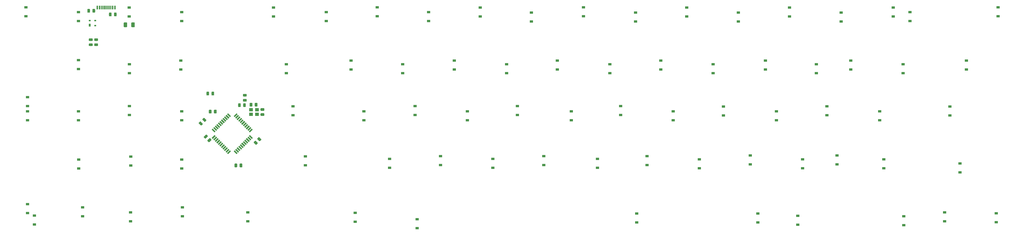
<source format=gbp>
G04 #@! TF.GenerationSoftware,KiCad,Pcbnew,(5.1.4)-1*
G04 #@! TF.CreationDate,2020-09-27T06:03:08-04:00*
G04 #@! TF.ProjectId,southpawpcbv2,736f7574-6870-4617-9770-636276322e6b,rev?*
G04 #@! TF.SameCoordinates,Original*
G04 #@! TF.FileFunction,Paste,Bot*
G04 #@! TF.FilePolarity,Positive*
%FSLAX46Y46*%
G04 Gerber Fmt 4.6, Leading zero omitted, Abs format (unit mm)*
G04 Created by KiCad (PCBNEW (5.1.4)-1) date 2020-09-27 06:03:08*
%MOMM*%
%LPD*%
G04 APERTURE LIST*
%ADD10R,1.200000X0.900000*%
%ADD11R,1.400000X1.200000*%
%ADD12R,0.600000X1.450000*%
%ADD13R,0.300000X1.450000*%
%ADD14C,0.100000*%
%ADD15C,0.975000*%
%ADD16C,1.250000*%
%ADD17R,0.700000X1.000000*%
%ADD18R,0.700000X0.600000*%
%ADD19C,0.550000*%
G04 APERTURE END LIST*
D10*
G04 #@! TO.C,D44*
X259842000Y10924000D03*
X259842000Y14224000D03*
G04 #@! TD*
G04 #@! TO.C,D65*
X251968000Y49658000D03*
X251968000Y52958000D03*
G04 #@! TD*
G04 #@! TO.C,D60*
X232461861Y51448214D03*
X232461861Y54748214D03*
G04 #@! TD*
G04 #@! TO.C,D6*
X-5588000Y86360000D03*
X-5588000Y89660000D03*
G04 #@! TD*
D11*
G04 #@! TO.C,Y1*
X60332800Y53555000D03*
X58132800Y53555000D03*
X58132800Y51855000D03*
X60332800Y51855000D03*
G04 #@! TD*
D12*
G04 #@! TO.C,USB1*
X7873200Y91365000D03*
X1423200Y91365000D03*
X7098200Y91365000D03*
X2198200Y91365000D03*
D13*
X2898200Y91365000D03*
X6398200Y91365000D03*
X3398200Y91365000D03*
X5898200Y91365000D03*
X3898200Y91365000D03*
X5398200Y91365000D03*
X4898200Y91365000D03*
X4398200Y91365000D03*
G04 #@! TD*
D14*
G04 #@! TO.C,R6*
G36*
X52797142Y33591826D02*
G01*
X52820803Y33588316D01*
X52844007Y33582504D01*
X52866529Y33574446D01*
X52888153Y33564218D01*
X52908670Y33551921D01*
X52927883Y33537671D01*
X52945607Y33521607D01*
X52961671Y33503883D01*
X52975921Y33484670D01*
X52988218Y33464153D01*
X52998446Y33442529D01*
X53006504Y33420007D01*
X53012316Y33396803D01*
X53015826Y33373142D01*
X53017000Y33349250D01*
X53017000Y32436750D01*
X53015826Y32412858D01*
X53012316Y32389197D01*
X53006504Y32365993D01*
X52998446Y32343471D01*
X52988218Y32321847D01*
X52975921Y32301330D01*
X52961671Y32282117D01*
X52945607Y32264393D01*
X52927883Y32248329D01*
X52908670Y32234079D01*
X52888153Y32221782D01*
X52866529Y32211554D01*
X52844007Y32203496D01*
X52820803Y32197684D01*
X52797142Y32194174D01*
X52773250Y32193000D01*
X52285750Y32193000D01*
X52261858Y32194174D01*
X52238197Y32197684D01*
X52214993Y32203496D01*
X52192471Y32211554D01*
X52170847Y32221782D01*
X52150330Y32234079D01*
X52131117Y32248329D01*
X52113393Y32264393D01*
X52097329Y32282117D01*
X52083079Y32301330D01*
X52070782Y32321847D01*
X52060554Y32343471D01*
X52052496Y32365993D01*
X52046684Y32389197D01*
X52043174Y32412858D01*
X52042000Y32436750D01*
X52042000Y33349250D01*
X52043174Y33373142D01*
X52046684Y33396803D01*
X52052496Y33420007D01*
X52060554Y33442529D01*
X52070782Y33464153D01*
X52083079Y33484670D01*
X52097329Y33503883D01*
X52113393Y33521607D01*
X52131117Y33537671D01*
X52150330Y33551921D01*
X52170847Y33564218D01*
X52192471Y33574446D01*
X52214993Y33582504D01*
X52238197Y33588316D01*
X52261858Y33591826D01*
X52285750Y33593000D01*
X52773250Y33593000D01*
X52797142Y33591826D01*
X52797142Y33591826D01*
G37*
D15*
X52529500Y32893000D03*
D14*
G36*
X54672142Y33591826D02*
G01*
X54695803Y33588316D01*
X54719007Y33582504D01*
X54741529Y33574446D01*
X54763153Y33564218D01*
X54783670Y33551921D01*
X54802883Y33537671D01*
X54820607Y33521607D01*
X54836671Y33503883D01*
X54850921Y33484670D01*
X54863218Y33464153D01*
X54873446Y33442529D01*
X54881504Y33420007D01*
X54887316Y33396803D01*
X54890826Y33373142D01*
X54892000Y33349250D01*
X54892000Y32436750D01*
X54890826Y32412858D01*
X54887316Y32389197D01*
X54881504Y32365993D01*
X54873446Y32343471D01*
X54863218Y32321847D01*
X54850921Y32301330D01*
X54836671Y32282117D01*
X54820607Y32264393D01*
X54802883Y32248329D01*
X54783670Y32234079D01*
X54763153Y32221782D01*
X54741529Y32211554D01*
X54719007Y32203496D01*
X54695803Y32197684D01*
X54672142Y32194174D01*
X54648250Y32193000D01*
X54160750Y32193000D01*
X54136858Y32194174D01*
X54113197Y32197684D01*
X54089993Y32203496D01*
X54067471Y32211554D01*
X54045847Y32221782D01*
X54025330Y32234079D01*
X54006117Y32248329D01*
X53988393Y32264393D01*
X53972329Y32282117D01*
X53958079Y32301330D01*
X53945782Y32321847D01*
X53935554Y32343471D01*
X53927496Y32365993D01*
X53921684Y32389197D01*
X53918174Y32412858D01*
X53917000Y32436750D01*
X53917000Y33349250D01*
X53918174Y33373142D01*
X53921684Y33396803D01*
X53927496Y33420007D01*
X53935554Y33442529D01*
X53945782Y33464153D01*
X53958079Y33484670D01*
X53972329Y33503883D01*
X53988393Y33521607D01*
X54006117Y33537671D01*
X54025330Y33551921D01*
X54045847Y33564218D01*
X54067471Y33574446D01*
X54089993Y33582504D01*
X54113197Y33588316D01*
X54136858Y33591826D01*
X54160750Y33593000D01*
X54648250Y33593000D01*
X54672142Y33591826D01*
X54672142Y33591826D01*
G37*
D15*
X54404500Y32893000D03*
G04 #@! TD*
D14*
G04 #@! TO.C,R5*
G36*
X-1505758Y90868826D02*
G01*
X-1482097Y90865316D01*
X-1458893Y90859504D01*
X-1436371Y90851446D01*
X-1414747Y90841218D01*
X-1394230Y90828921D01*
X-1375017Y90814671D01*
X-1357293Y90798607D01*
X-1341229Y90780883D01*
X-1326979Y90761670D01*
X-1314682Y90741153D01*
X-1304454Y90719529D01*
X-1296396Y90697007D01*
X-1290584Y90673803D01*
X-1287074Y90650142D01*
X-1285900Y90626250D01*
X-1285900Y89713750D01*
X-1287074Y89689858D01*
X-1290584Y89666197D01*
X-1296396Y89642993D01*
X-1304454Y89620471D01*
X-1314682Y89598847D01*
X-1326979Y89578330D01*
X-1341229Y89559117D01*
X-1357293Y89541393D01*
X-1375017Y89525329D01*
X-1394230Y89511079D01*
X-1414747Y89498782D01*
X-1436371Y89488554D01*
X-1458893Y89480496D01*
X-1482097Y89474684D01*
X-1505758Y89471174D01*
X-1529650Y89470000D01*
X-2017150Y89470000D01*
X-2041042Y89471174D01*
X-2064703Y89474684D01*
X-2087907Y89480496D01*
X-2110429Y89488554D01*
X-2132053Y89498782D01*
X-2152570Y89511079D01*
X-2171783Y89525329D01*
X-2189507Y89541393D01*
X-2205571Y89559117D01*
X-2219821Y89578330D01*
X-2232118Y89598847D01*
X-2242346Y89620471D01*
X-2250404Y89642993D01*
X-2256216Y89666197D01*
X-2259726Y89689858D01*
X-2260900Y89713750D01*
X-2260900Y90626250D01*
X-2259726Y90650142D01*
X-2256216Y90673803D01*
X-2250404Y90697007D01*
X-2242346Y90719529D01*
X-2232118Y90741153D01*
X-2219821Y90761670D01*
X-2205571Y90780883D01*
X-2189507Y90798607D01*
X-2171783Y90814671D01*
X-2152570Y90828921D01*
X-2132053Y90841218D01*
X-2110429Y90851446D01*
X-2087907Y90859504D01*
X-2064703Y90865316D01*
X-2041042Y90868826D01*
X-2017150Y90870000D01*
X-1529650Y90870000D01*
X-1505758Y90868826D01*
X-1505758Y90868826D01*
G37*
D15*
X-1773400Y90170000D03*
D14*
G36*
X369242Y90868826D02*
G01*
X392903Y90865316D01*
X416107Y90859504D01*
X438629Y90851446D01*
X460253Y90841218D01*
X480770Y90828921D01*
X499983Y90814671D01*
X517707Y90798607D01*
X533771Y90780883D01*
X548021Y90761670D01*
X560318Y90741153D01*
X570546Y90719529D01*
X578604Y90697007D01*
X584416Y90673803D01*
X587926Y90650142D01*
X589100Y90626250D01*
X589100Y89713750D01*
X587926Y89689858D01*
X584416Y89666197D01*
X578604Y89642993D01*
X570546Y89620471D01*
X560318Y89598847D01*
X548021Y89578330D01*
X533771Y89559117D01*
X517707Y89541393D01*
X499983Y89525329D01*
X480770Y89511079D01*
X460253Y89498782D01*
X438629Y89488554D01*
X416107Y89480496D01*
X392903Y89474684D01*
X369242Y89471174D01*
X345350Y89470000D01*
X-142150Y89470000D01*
X-166042Y89471174D01*
X-189703Y89474684D01*
X-212907Y89480496D01*
X-235429Y89488554D01*
X-257053Y89498782D01*
X-277570Y89511079D01*
X-296783Y89525329D01*
X-314507Y89541393D01*
X-330571Y89559117D01*
X-344821Y89578330D01*
X-357118Y89598847D01*
X-367346Y89620471D01*
X-375404Y89642993D01*
X-381216Y89666197D01*
X-384726Y89689858D01*
X-385900Y89713750D01*
X-385900Y90626250D01*
X-384726Y90650142D01*
X-381216Y90673803D01*
X-375404Y90697007D01*
X-367346Y90719529D01*
X-357118Y90741153D01*
X-344821Y90761670D01*
X-330571Y90780883D01*
X-314507Y90798607D01*
X-296783Y90814671D01*
X-277570Y90828921D01*
X-257053Y90841218D01*
X-235429Y90851446D01*
X-212907Y90859504D01*
X-189703Y90865316D01*
X-166042Y90868826D01*
X-142150Y90870000D01*
X345350Y90870000D01*
X369242Y90868826D01*
X369242Y90868826D01*
G37*
D15*
X101600Y90170000D03*
G04 #@! TD*
D14*
G04 #@! TO.C,R4*
G36*
X8317142Y89522626D02*
G01*
X8340803Y89519116D01*
X8364007Y89513304D01*
X8386529Y89505246D01*
X8408153Y89495018D01*
X8428670Y89482721D01*
X8447883Y89468471D01*
X8465607Y89452407D01*
X8481671Y89434683D01*
X8495921Y89415470D01*
X8508218Y89394953D01*
X8518446Y89373329D01*
X8526504Y89350807D01*
X8532316Y89327603D01*
X8535826Y89303942D01*
X8537000Y89280050D01*
X8537000Y88367550D01*
X8535826Y88343658D01*
X8532316Y88319997D01*
X8526504Y88296793D01*
X8518446Y88274271D01*
X8508218Y88252647D01*
X8495921Y88232130D01*
X8481671Y88212917D01*
X8465607Y88195193D01*
X8447883Y88179129D01*
X8428670Y88164879D01*
X8408153Y88152582D01*
X8386529Y88142354D01*
X8364007Y88134296D01*
X8340803Y88128484D01*
X8317142Y88124974D01*
X8293250Y88123800D01*
X7805750Y88123800D01*
X7781858Y88124974D01*
X7758197Y88128484D01*
X7734993Y88134296D01*
X7712471Y88142354D01*
X7690847Y88152582D01*
X7670330Y88164879D01*
X7651117Y88179129D01*
X7633393Y88195193D01*
X7617329Y88212917D01*
X7603079Y88232130D01*
X7590782Y88252647D01*
X7580554Y88274271D01*
X7572496Y88296793D01*
X7566684Y88319997D01*
X7563174Y88343658D01*
X7562000Y88367550D01*
X7562000Y89280050D01*
X7563174Y89303942D01*
X7566684Y89327603D01*
X7572496Y89350807D01*
X7580554Y89373329D01*
X7590782Y89394953D01*
X7603079Y89415470D01*
X7617329Y89434683D01*
X7633393Y89452407D01*
X7651117Y89468471D01*
X7670330Y89482721D01*
X7690847Y89495018D01*
X7712471Y89505246D01*
X7734993Y89513304D01*
X7758197Y89519116D01*
X7781858Y89522626D01*
X7805750Y89523800D01*
X8293250Y89523800D01*
X8317142Y89522626D01*
X8317142Y89522626D01*
G37*
D15*
X8049500Y88823800D03*
D14*
G36*
X6442142Y89522626D02*
G01*
X6465803Y89519116D01*
X6489007Y89513304D01*
X6511529Y89505246D01*
X6533153Y89495018D01*
X6553670Y89482721D01*
X6572883Y89468471D01*
X6590607Y89452407D01*
X6606671Y89434683D01*
X6620921Y89415470D01*
X6633218Y89394953D01*
X6643446Y89373329D01*
X6651504Y89350807D01*
X6657316Y89327603D01*
X6660826Y89303942D01*
X6662000Y89280050D01*
X6662000Y88367550D01*
X6660826Y88343658D01*
X6657316Y88319997D01*
X6651504Y88296793D01*
X6643446Y88274271D01*
X6633218Y88252647D01*
X6620921Y88232130D01*
X6606671Y88212917D01*
X6590607Y88195193D01*
X6572883Y88179129D01*
X6553670Y88164879D01*
X6533153Y88152582D01*
X6511529Y88142354D01*
X6489007Y88134296D01*
X6465803Y88128484D01*
X6442142Y88124974D01*
X6418250Y88123800D01*
X5930750Y88123800D01*
X5906858Y88124974D01*
X5883197Y88128484D01*
X5859993Y88134296D01*
X5837471Y88142354D01*
X5815847Y88152582D01*
X5795330Y88164879D01*
X5776117Y88179129D01*
X5758393Y88195193D01*
X5742329Y88212917D01*
X5728079Y88232130D01*
X5715782Y88252647D01*
X5705554Y88274271D01*
X5697496Y88296793D01*
X5691684Y88319997D01*
X5688174Y88343658D01*
X5687000Y88367550D01*
X5687000Y89280050D01*
X5688174Y89303942D01*
X5691684Y89327603D01*
X5697496Y89350807D01*
X5705554Y89373329D01*
X5715782Y89394953D01*
X5728079Y89415470D01*
X5742329Y89434683D01*
X5758393Y89452407D01*
X5776117Y89468471D01*
X5795330Y89482721D01*
X5815847Y89495018D01*
X5837471Y89505246D01*
X5859993Y89513304D01*
X5883197Y89519116D01*
X5906858Y89522626D01*
X5930750Y89523800D01*
X6418250Y89523800D01*
X6442142Y89522626D01*
X6442142Y89522626D01*
G37*
D15*
X6174500Y88823800D03*
G04 #@! TD*
D14*
G04 #@! TO.C,R3*
G36*
X-535858Y79962926D02*
G01*
X-512197Y79959416D01*
X-488993Y79953604D01*
X-466471Y79945546D01*
X-444847Y79935318D01*
X-424330Y79923021D01*
X-405117Y79908771D01*
X-387393Y79892707D01*
X-371329Y79874983D01*
X-357079Y79855770D01*
X-344782Y79835253D01*
X-334554Y79813629D01*
X-326496Y79791107D01*
X-320684Y79767903D01*
X-317174Y79744242D01*
X-316000Y79720350D01*
X-316000Y79232850D01*
X-317174Y79208958D01*
X-320684Y79185297D01*
X-326496Y79162093D01*
X-334554Y79139571D01*
X-344782Y79117947D01*
X-357079Y79097430D01*
X-371329Y79078217D01*
X-387393Y79060493D01*
X-405117Y79044429D01*
X-424330Y79030179D01*
X-444847Y79017882D01*
X-466471Y79007654D01*
X-488993Y78999596D01*
X-512197Y78993784D01*
X-535858Y78990274D01*
X-559750Y78989100D01*
X-1472250Y78989100D01*
X-1496142Y78990274D01*
X-1519803Y78993784D01*
X-1543007Y78999596D01*
X-1565529Y79007654D01*
X-1587153Y79017882D01*
X-1607670Y79030179D01*
X-1626883Y79044429D01*
X-1644607Y79060493D01*
X-1660671Y79078217D01*
X-1674921Y79097430D01*
X-1687218Y79117947D01*
X-1697446Y79139571D01*
X-1705504Y79162093D01*
X-1711316Y79185297D01*
X-1714826Y79208958D01*
X-1716000Y79232850D01*
X-1716000Y79720350D01*
X-1714826Y79744242D01*
X-1711316Y79767903D01*
X-1705504Y79791107D01*
X-1697446Y79813629D01*
X-1687218Y79835253D01*
X-1674921Y79855770D01*
X-1660671Y79874983D01*
X-1644607Y79892707D01*
X-1626883Y79908771D01*
X-1607670Y79923021D01*
X-1587153Y79935318D01*
X-1565529Y79945546D01*
X-1543007Y79953604D01*
X-1519803Y79959416D01*
X-1496142Y79962926D01*
X-1472250Y79964100D01*
X-559750Y79964100D01*
X-535858Y79962926D01*
X-535858Y79962926D01*
G37*
D15*
X-1016000Y79476600D03*
D14*
G36*
X-535858Y78087926D02*
G01*
X-512197Y78084416D01*
X-488993Y78078604D01*
X-466471Y78070546D01*
X-444847Y78060318D01*
X-424330Y78048021D01*
X-405117Y78033771D01*
X-387393Y78017707D01*
X-371329Y77999983D01*
X-357079Y77980770D01*
X-344782Y77960253D01*
X-334554Y77938629D01*
X-326496Y77916107D01*
X-320684Y77892903D01*
X-317174Y77869242D01*
X-316000Y77845350D01*
X-316000Y77357850D01*
X-317174Y77333958D01*
X-320684Y77310297D01*
X-326496Y77287093D01*
X-334554Y77264571D01*
X-344782Y77242947D01*
X-357079Y77222430D01*
X-371329Y77203217D01*
X-387393Y77185493D01*
X-405117Y77169429D01*
X-424330Y77155179D01*
X-444847Y77142882D01*
X-466471Y77132654D01*
X-488993Y77124596D01*
X-512197Y77118784D01*
X-535858Y77115274D01*
X-559750Y77114100D01*
X-1472250Y77114100D01*
X-1496142Y77115274D01*
X-1519803Y77118784D01*
X-1543007Y77124596D01*
X-1565529Y77132654D01*
X-1587153Y77142882D01*
X-1607670Y77155179D01*
X-1626883Y77169429D01*
X-1644607Y77185493D01*
X-1660671Y77203217D01*
X-1674921Y77222430D01*
X-1687218Y77242947D01*
X-1697446Y77264571D01*
X-1705504Y77287093D01*
X-1711316Y77310297D01*
X-1714826Y77333958D01*
X-1716000Y77357850D01*
X-1716000Y77845350D01*
X-1714826Y77869242D01*
X-1711316Y77892903D01*
X-1705504Y77916107D01*
X-1697446Y77938629D01*
X-1687218Y77960253D01*
X-1674921Y77980770D01*
X-1660671Y77999983D01*
X-1644607Y78017707D01*
X-1626883Y78033771D01*
X-1607670Y78048021D01*
X-1587153Y78060318D01*
X-1565529Y78070546D01*
X-1543007Y78078604D01*
X-1519803Y78084416D01*
X-1496142Y78087926D01*
X-1472250Y78089100D01*
X-559750Y78089100D01*
X-535858Y78087926D01*
X-535858Y78087926D01*
G37*
D15*
X-1016000Y77601600D03*
G04 #@! TD*
D14*
G04 #@! TO.C,R2*
G36*
X1445342Y79962926D02*
G01*
X1469003Y79959416D01*
X1492207Y79953604D01*
X1514729Y79945546D01*
X1536353Y79935318D01*
X1556870Y79923021D01*
X1576083Y79908771D01*
X1593807Y79892707D01*
X1609871Y79874983D01*
X1624121Y79855770D01*
X1636418Y79835253D01*
X1646646Y79813629D01*
X1654704Y79791107D01*
X1660516Y79767903D01*
X1664026Y79744242D01*
X1665200Y79720350D01*
X1665200Y79232850D01*
X1664026Y79208958D01*
X1660516Y79185297D01*
X1654704Y79162093D01*
X1646646Y79139571D01*
X1636418Y79117947D01*
X1624121Y79097430D01*
X1609871Y79078217D01*
X1593807Y79060493D01*
X1576083Y79044429D01*
X1556870Y79030179D01*
X1536353Y79017882D01*
X1514729Y79007654D01*
X1492207Y78999596D01*
X1469003Y78993784D01*
X1445342Y78990274D01*
X1421450Y78989100D01*
X508950Y78989100D01*
X485058Y78990274D01*
X461397Y78993784D01*
X438193Y78999596D01*
X415671Y79007654D01*
X394047Y79017882D01*
X373530Y79030179D01*
X354317Y79044429D01*
X336593Y79060493D01*
X320529Y79078217D01*
X306279Y79097430D01*
X293982Y79117947D01*
X283754Y79139571D01*
X275696Y79162093D01*
X269884Y79185297D01*
X266374Y79208958D01*
X265200Y79232850D01*
X265200Y79720350D01*
X266374Y79744242D01*
X269884Y79767903D01*
X275696Y79791107D01*
X283754Y79813629D01*
X293982Y79835253D01*
X306279Y79855770D01*
X320529Y79874983D01*
X336593Y79892707D01*
X354317Y79908771D01*
X373530Y79923021D01*
X394047Y79935318D01*
X415671Y79945546D01*
X438193Y79953604D01*
X461397Y79959416D01*
X485058Y79962926D01*
X508950Y79964100D01*
X1421450Y79964100D01*
X1445342Y79962926D01*
X1445342Y79962926D01*
G37*
D15*
X965200Y79476600D03*
D14*
G36*
X1445342Y78087926D02*
G01*
X1469003Y78084416D01*
X1492207Y78078604D01*
X1514729Y78070546D01*
X1536353Y78060318D01*
X1556870Y78048021D01*
X1576083Y78033771D01*
X1593807Y78017707D01*
X1609871Y77999983D01*
X1624121Y77980770D01*
X1636418Y77960253D01*
X1646646Y77938629D01*
X1654704Y77916107D01*
X1660516Y77892903D01*
X1664026Y77869242D01*
X1665200Y77845350D01*
X1665200Y77357850D01*
X1664026Y77333958D01*
X1660516Y77310297D01*
X1654704Y77287093D01*
X1646646Y77264571D01*
X1636418Y77242947D01*
X1624121Y77222430D01*
X1609871Y77203217D01*
X1593807Y77185493D01*
X1576083Y77169429D01*
X1556870Y77155179D01*
X1536353Y77142882D01*
X1514729Y77132654D01*
X1492207Y77124596D01*
X1469003Y77118784D01*
X1445342Y77115274D01*
X1421450Y77114100D01*
X508950Y77114100D01*
X485058Y77115274D01*
X461397Y77118784D01*
X438193Y77124596D01*
X415671Y77132654D01*
X394047Y77142882D01*
X373530Y77155179D01*
X354317Y77169429D01*
X336593Y77185493D01*
X320529Y77203217D01*
X306279Y77222430D01*
X293982Y77242947D01*
X283754Y77264571D01*
X275696Y77287093D01*
X269884Y77310297D01*
X266374Y77333958D01*
X265200Y77357850D01*
X265200Y77845350D01*
X266374Y77869242D01*
X269884Y77892903D01*
X275696Y77916107D01*
X283754Y77938629D01*
X293982Y77960253D01*
X306279Y77980770D01*
X320529Y77999983D01*
X336593Y78017707D01*
X354317Y78033771D01*
X373530Y78048021D01*
X394047Y78060318D01*
X415671Y78070546D01*
X438193Y78078604D01*
X461397Y78084416D01*
X485058Y78087926D01*
X508950Y78089100D01*
X1421450Y78089100D01*
X1445342Y78087926D01*
X1445342Y78087926D01*
G37*
D15*
X965200Y77601600D03*
G04 #@! TD*
D14*
G04 #@! TO.C,R1*
G36*
X56309342Y59384326D02*
G01*
X56333003Y59380816D01*
X56356207Y59375004D01*
X56378729Y59366946D01*
X56400353Y59356718D01*
X56420870Y59344421D01*
X56440083Y59330171D01*
X56457807Y59314107D01*
X56473871Y59296383D01*
X56488121Y59277170D01*
X56500418Y59256653D01*
X56510646Y59235029D01*
X56518704Y59212507D01*
X56524516Y59189303D01*
X56528026Y59165642D01*
X56529200Y59141750D01*
X56529200Y58654250D01*
X56528026Y58630358D01*
X56524516Y58606697D01*
X56518704Y58583493D01*
X56510646Y58560971D01*
X56500418Y58539347D01*
X56488121Y58518830D01*
X56473871Y58499617D01*
X56457807Y58481893D01*
X56440083Y58465829D01*
X56420870Y58451579D01*
X56400353Y58439282D01*
X56378729Y58429054D01*
X56356207Y58420996D01*
X56333003Y58415184D01*
X56309342Y58411674D01*
X56285450Y58410500D01*
X55372950Y58410500D01*
X55349058Y58411674D01*
X55325397Y58415184D01*
X55302193Y58420996D01*
X55279671Y58429054D01*
X55258047Y58439282D01*
X55237530Y58451579D01*
X55218317Y58465829D01*
X55200593Y58481893D01*
X55184529Y58499617D01*
X55170279Y58518830D01*
X55157982Y58539347D01*
X55147754Y58560971D01*
X55139696Y58583493D01*
X55133884Y58606697D01*
X55130374Y58630358D01*
X55129200Y58654250D01*
X55129200Y59141750D01*
X55130374Y59165642D01*
X55133884Y59189303D01*
X55139696Y59212507D01*
X55147754Y59235029D01*
X55157982Y59256653D01*
X55170279Y59277170D01*
X55184529Y59296383D01*
X55200593Y59314107D01*
X55218317Y59330171D01*
X55237530Y59344421D01*
X55258047Y59356718D01*
X55279671Y59366946D01*
X55302193Y59375004D01*
X55325397Y59380816D01*
X55349058Y59384326D01*
X55372950Y59385500D01*
X56285450Y59385500D01*
X56309342Y59384326D01*
X56309342Y59384326D01*
G37*
D15*
X55829200Y58898000D03*
D14*
G36*
X56309342Y57509326D02*
G01*
X56333003Y57505816D01*
X56356207Y57500004D01*
X56378729Y57491946D01*
X56400353Y57481718D01*
X56420870Y57469421D01*
X56440083Y57455171D01*
X56457807Y57439107D01*
X56473871Y57421383D01*
X56488121Y57402170D01*
X56500418Y57381653D01*
X56510646Y57360029D01*
X56518704Y57337507D01*
X56524516Y57314303D01*
X56528026Y57290642D01*
X56529200Y57266750D01*
X56529200Y56779250D01*
X56528026Y56755358D01*
X56524516Y56731697D01*
X56518704Y56708493D01*
X56510646Y56685971D01*
X56500418Y56664347D01*
X56488121Y56643830D01*
X56473871Y56624617D01*
X56457807Y56606893D01*
X56440083Y56590829D01*
X56420870Y56576579D01*
X56400353Y56564282D01*
X56378729Y56554054D01*
X56356207Y56545996D01*
X56333003Y56540184D01*
X56309342Y56536674D01*
X56285450Y56535500D01*
X55372950Y56535500D01*
X55349058Y56536674D01*
X55325397Y56540184D01*
X55302193Y56545996D01*
X55279671Y56554054D01*
X55258047Y56564282D01*
X55237530Y56576579D01*
X55218317Y56590829D01*
X55200593Y56606893D01*
X55184529Y56624617D01*
X55170279Y56643830D01*
X55157982Y56664347D01*
X55147754Y56685971D01*
X55139696Y56708493D01*
X55133884Y56731697D01*
X55130374Y56755358D01*
X55129200Y56779250D01*
X55129200Y57266750D01*
X55130374Y57290642D01*
X55133884Y57314303D01*
X55139696Y57337507D01*
X55147754Y57360029D01*
X55157982Y57381653D01*
X55170279Y57402170D01*
X55184529Y57421383D01*
X55200593Y57439107D01*
X55218317Y57455171D01*
X55237530Y57469421D01*
X55258047Y57481718D01*
X55279671Y57491946D01*
X55302193Y57500004D01*
X55325397Y57505816D01*
X55349058Y57509326D01*
X55372950Y57510500D01*
X56285450Y57510500D01*
X56309342Y57509326D01*
X56309342Y57509326D01*
G37*
D15*
X55829200Y57023000D03*
G04 #@! TD*
D14*
G04 #@! TO.C,F1*
G36*
X14979104Y85862196D02*
G01*
X15003373Y85858596D01*
X15027171Y85852635D01*
X15050271Y85844370D01*
X15072449Y85833880D01*
X15093493Y85821267D01*
X15113198Y85806653D01*
X15131377Y85790177D01*
X15147853Y85771998D01*
X15162467Y85752293D01*
X15175080Y85731249D01*
X15185570Y85709071D01*
X15193835Y85685971D01*
X15199796Y85662173D01*
X15203396Y85637904D01*
X15204600Y85613400D01*
X15204600Y84363400D01*
X15203396Y84338896D01*
X15199796Y84314627D01*
X15193835Y84290829D01*
X15185570Y84267729D01*
X15175080Y84245551D01*
X15162467Y84224507D01*
X15147853Y84204802D01*
X15131377Y84186623D01*
X15113198Y84170147D01*
X15093493Y84155533D01*
X15072449Y84142920D01*
X15050271Y84132430D01*
X15027171Y84124165D01*
X15003373Y84118204D01*
X14979104Y84114604D01*
X14954600Y84113400D01*
X14204600Y84113400D01*
X14180096Y84114604D01*
X14155827Y84118204D01*
X14132029Y84124165D01*
X14108929Y84132430D01*
X14086751Y84142920D01*
X14065707Y84155533D01*
X14046002Y84170147D01*
X14027823Y84186623D01*
X14011347Y84204802D01*
X13996733Y84224507D01*
X13984120Y84245551D01*
X13973630Y84267729D01*
X13965365Y84290829D01*
X13959404Y84314627D01*
X13955804Y84338896D01*
X13954600Y84363400D01*
X13954600Y85613400D01*
X13955804Y85637904D01*
X13959404Y85662173D01*
X13965365Y85685971D01*
X13973630Y85709071D01*
X13984120Y85731249D01*
X13996733Y85752293D01*
X14011347Y85771998D01*
X14027823Y85790177D01*
X14046002Y85806653D01*
X14065707Y85821267D01*
X14086751Y85833880D01*
X14108929Y85844370D01*
X14132029Y85852635D01*
X14155827Y85858596D01*
X14180096Y85862196D01*
X14204600Y85863400D01*
X14954600Y85863400D01*
X14979104Y85862196D01*
X14979104Y85862196D01*
G37*
D16*
X14579600Y84988400D03*
D14*
G36*
X12179104Y85862196D02*
G01*
X12203373Y85858596D01*
X12227171Y85852635D01*
X12250271Y85844370D01*
X12272449Y85833880D01*
X12293493Y85821267D01*
X12313198Y85806653D01*
X12331377Y85790177D01*
X12347853Y85771998D01*
X12362467Y85752293D01*
X12375080Y85731249D01*
X12385570Y85709071D01*
X12393835Y85685971D01*
X12399796Y85662173D01*
X12403396Y85637904D01*
X12404600Y85613400D01*
X12404600Y84363400D01*
X12403396Y84338896D01*
X12399796Y84314627D01*
X12393835Y84290829D01*
X12385570Y84267729D01*
X12375080Y84245551D01*
X12362467Y84224507D01*
X12347853Y84204802D01*
X12331377Y84186623D01*
X12313198Y84170147D01*
X12293493Y84155533D01*
X12272449Y84142920D01*
X12250271Y84132430D01*
X12227171Y84124165D01*
X12203373Y84118204D01*
X12179104Y84114604D01*
X12154600Y84113400D01*
X11404600Y84113400D01*
X11380096Y84114604D01*
X11355827Y84118204D01*
X11332029Y84124165D01*
X11308929Y84132430D01*
X11286751Y84142920D01*
X11265707Y84155533D01*
X11246002Y84170147D01*
X11227823Y84186623D01*
X11211347Y84204802D01*
X11196733Y84224507D01*
X11184120Y84245551D01*
X11173630Y84267729D01*
X11165365Y84290829D01*
X11159404Y84314627D01*
X11155804Y84338896D01*
X11154600Y84363400D01*
X11154600Y85613400D01*
X11155804Y85637904D01*
X11159404Y85662173D01*
X11165365Y85685971D01*
X11173630Y85709071D01*
X11184120Y85731249D01*
X11196733Y85752293D01*
X11211347Y85771998D01*
X11227823Y85790177D01*
X11246002Y85806653D01*
X11265707Y85821267D01*
X11286751Y85833880D01*
X11308929Y85844370D01*
X11332029Y85852635D01*
X11355827Y85858596D01*
X11380096Y85862196D01*
X11404600Y85863400D01*
X12154600Y85863400D01*
X12179104Y85862196D01*
X12179104Y85862196D01*
G37*
D16*
X11779600Y84988400D03*
G04 #@! TD*
D17*
G04 #@! TO.C,D79*
X-1390400Y84863200D03*
D18*
X609600Y86563200D03*
X609600Y84663200D03*
X-1390400Y86563200D03*
G04 #@! TD*
D14*
G04 #@! TO.C,C8*
G36*
X61052045Y43373964D02*
G01*
X61075706Y43370454D01*
X61098910Y43364642D01*
X61121432Y43356584D01*
X61143056Y43346356D01*
X61163573Y43334059D01*
X61182786Y43319809D01*
X61200510Y43303745D01*
X61845745Y42658510D01*
X61861809Y42640786D01*
X61876059Y42621573D01*
X61888356Y42601056D01*
X61898584Y42579432D01*
X61906642Y42556910D01*
X61912454Y42533706D01*
X61915964Y42510045D01*
X61917138Y42486153D01*
X61915964Y42462261D01*
X61912454Y42438600D01*
X61906642Y42415396D01*
X61898584Y42392874D01*
X61888356Y42371250D01*
X61876059Y42350733D01*
X61861809Y42331520D01*
X61845745Y42313796D01*
X61501030Y41969081D01*
X61483306Y41953017D01*
X61464093Y41938767D01*
X61443576Y41926470D01*
X61421952Y41916242D01*
X61399430Y41908184D01*
X61376226Y41902372D01*
X61352565Y41898862D01*
X61328673Y41897688D01*
X61304781Y41898862D01*
X61281120Y41902372D01*
X61257916Y41908184D01*
X61235394Y41916242D01*
X61213770Y41926470D01*
X61193253Y41938767D01*
X61174040Y41953017D01*
X61156316Y41969081D01*
X60511081Y42614316D01*
X60495017Y42632040D01*
X60480767Y42651253D01*
X60468470Y42671770D01*
X60458242Y42693394D01*
X60450184Y42715916D01*
X60444372Y42739120D01*
X60440862Y42762781D01*
X60439688Y42786673D01*
X60440862Y42810565D01*
X60444372Y42834226D01*
X60450184Y42857430D01*
X60458242Y42879952D01*
X60468470Y42901576D01*
X60480767Y42922093D01*
X60495017Y42941306D01*
X60511081Y42959030D01*
X60855796Y43303745D01*
X60873520Y43319809D01*
X60892733Y43334059D01*
X60913250Y43346356D01*
X60934874Y43356584D01*
X60957396Y43364642D01*
X60980600Y43370454D01*
X61004261Y43373964D01*
X61028153Y43375138D01*
X61052045Y43373964D01*
X61052045Y43373964D01*
G37*
D15*
X61178413Y42636413D03*
D14*
G36*
X59726219Y42048138D02*
G01*
X59749880Y42044628D01*
X59773084Y42038816D01*
X59795606Y42030758D01*
X59817230Y42020530D01*
X59837747Y42008233D01*
X59856960Y41993983D01*
X59874684Y41977919D01*
X60519919Y41332684D01*
X60535983Y41314960D01*
X60550233Y41295747D01*
X60562530Y41275230D01*
X60572758Y41253606D01*
X60580816Y41231084D01*
X60586628Y41207880D01*
X60590138Y41184219D01*
X60591312Y41160327D01*
X60590138Y41136435D01*
X60586628Y41112774D01*
X60580816Y41089570D01*
X60572758Y41067048D01*
X60562530Y41045424D01*
X60550233Y41024907D01*
X60535983Y41005694D01*
X60519919Y40987970D01*
X60175204Y40643255D01*
X60157480Y40627191D01*
X60138267Y40612941D01*
X60117750Y40600644D01*
X60096126Y40590416D01*
X60073604Y40582358D01*
X60050400Y40576546D01*
X60026739Y40573036D01*
X60002847Y40571862D01*
X59978955Y40573036D01*
X59955294Y40576546D01*
X59932090Y40582358D01*
X59909568Y40590416D01*
X59887944Y40600644D01*
X59867427Y40612941D01*
X59848214Y40627191D01*
X59830490Y40643255D01*
X59185255Y41288490D01*
X59169191Y41306214D01*
X59154941Y41325427D01*
X59142644Y41345944D01*
X59132416Y41367568D01*
X59124358Y41390090D01*
X59118546Y41413294D01*
X59115036Y41436955D01*
X59113862Y41460847D01*
X59115036Y41484739D01*
X59118546Y41508400D01*
X59124358Y41531604D01*
X59132416Y41554126D01*
X59142644Y41575750D01*
X59154941Y41596267D01*
X59169191Y41615480D01*
X59185255Y41633204D01*
X59529970Y41977919D01*
X59547694Y41993983D01*
X59566907Y42008233D01*
X59587424Y42020530D01*
X59609048Y42030758D01*
X59631570Y42038816D01*
X59654774Y42044628D01*
X59678435Y42048138D01*
X59702327Y42049312D01*
X59726219Y42048138D01*
X59726219Y42048138D01*
G37*
D15*
X59852587Y41310587D03*
G04 #@! TD*
D14*
G04 #@! TO.C,C7*
G36*
X45195642Y53530826D02*
G01*
X45219303Y53527316D01*
X45242507Y53521504D01*
X45265029Y53513446D01*
X45286653Y53503218D01*
X45307170Y53490921D01*
X45326383Y53476671D01*
X45344107Y53460607D01*
X45360171Y53442883D01*
X45374421Y53423670D01*
X45386718Y53403153D01*
X45396946Y53381529D01*
X45405004Y53359007D01*
X45410816Y53335803D01*
X45414326Y53312142D01*
X45415500Y53288250D01*
X45415500Y52375750D01*
X45414326Y52351858D01*
X45410816Y52328197D01*
X45405004Y52304993D01*
X45396946Y52282471D01*
X45386718Y52260847D01*
X45374421Y52240330D01*
X45360171Y52221117D01*
X45344107Y52203393D01*
X45326383Y52187329D01*
X45307170Y52173079D01*
X45286653Y52160782D01*
X45265029Y52150554D01*
X45242507Y52142496D01*
X45219303Y52136684D01*
X45195642Y52133174D01*
X45171750Y52132000D01*
X44684250Y52132000D01*
X44660358Y52133174D01*
X44636697Y52136684D01*
X44613493Y52142496D01*
X44590971Y52150554D01*
X44569347Y52160782D01*
X44548830Y52173079D01*
X44529617Y52187329D01*
X44511893Y52203393D01*
X44495829Y52221117D01*
X44481579Y52240330D01*
X44469282Y52260847D01*
X44459054Y52282471D01*
X44450996Y52304993D01*
X44445184Y52328197D01*
X44441674Y52351858D01*
X44440500Y52375750D01*
X44440500Y53288250D01*
X44441674Y53312142D01*
X44445184Y53335803D01*
X44450996Y53359007D01*
X44459054Y53381529D01*
X44469282Y53403153D01*
X44481579Y53423670D01*
X44495829Y53442883D01*
X44511893Y53460607D01*
X44529617Y53476671D01*
X44548830Y53490921D01*
X44569347Y53503218D01*
X44590971Y53513446D01*
X44613493Y53521504D01*
X44636697Y53527316D01*
X44660358Y53530826D01*
X44684250Y53532000D01*
X45171750Y53532000D01*
X45195642Y53530826D01*
X45195642Y53530826D01*
G37*
D15*
X44928000Y52832000D03*
D14*
G36*
X43320642Y53530826D02*
G01*
X43344303Y53527316D01*
X43367507Y53521504D01*
X43390029Y53513446D01*
X43411653Y53503218D01*
X43432170Y53490921D01*
X43451383Y53476671D01*
X43469107Y53460607D01*
X43485171Y53442883D01*
X43499421Y53423670D01*
X43511718Y53403153D01*
X43521946Y53381529D01*
X43530004Y53359007D01*
X43535816Y53335803D01*
X43539326Y53312142D01*
X43540500Y53288250D01*
X43540500Y52375750D01*
X43539326Y52351858D01*
X43535816Y52328197D01*
X43530004Y52304993D01*
X43521946Y52282471D01*
X43511718Y52260847D01*
X43499421Y52240330D01*
X43485171Y52221117D01*
X43469107Y52203393D01*
X43451383Y52187329D01*
X43432170Y52173079D01*
X43411653Y52160782D01*
X43390029Y52150554D01*
X43367507Y52142496D01*
X43344303Y52136684D01*
X43320642Y52133174D01*
X43296750Y52132000D01*
X42809250Y52132000D01*
X42785358Y52133174D01*
X42761697Y52136684D01*
X42738493Y52142496D01*
X42715971Y52150554D01*
X42694347Y52160782D01*
X42673830Y52173079D01*
X42654617Y52187329D01*
X42636893Y52203393D01*
X42620829Y52221117D01*
X42606579Y52240330D01*
X42594282Y52260847D01*
X42584054Y52282471D01*
X42575996Y52304993D01*
X42570184Y52328197D01*
X42566674Y52351858D01*
X42565500Y52375750D01*
X42565500Y53288250D01*
X42566674Y53312142D01*
X42570184Y53335803D01*
X42575996Y53359007D01*
X42584054Y53381529D01*
X42594282Y53403153D01*
X42606579Y53423670D01*
X42620829Y53442883D01*
X42636893Y53460607D01*
X42654617Y53476671D01*
X42673830Y53490921D01*
X42694347Y53503218D01*
X42715971Y53513446D01*
X42738493Y53521504D01*
X42761697Y53527316D01*
X42785358Y53530826D01*
X42809250Y53532000D01*
X43296750Y53532000D01*
X43320642Y53530826D01*
X43320642Y53530826D01*
G37*
D15*
X43053000Y52832000D03*
G04 #@! TD*
D14*
G04 #@! TO.C,C6*
G36*
X44286055Y60226239D02*
G01*
X44309716Y60222729D01*
X44332920Y60216917D01*
X44355442Y60208859D01*
X44377066Y60198631D01*
X44397583Y60186334D01*
X44416796Y60172084D01*
X44434520Y60156020D01*
X44450584Y60138296D01*
X44464834Y60119083D01*
X44477131Y60098566D01*
X44487359Y60076942D01*
X44495417Y60054420D01*
X44501229Y60031216D01*
X44504739Y60007555D01*
X44505913Y59983663D01*
X44505913Y59071163D01*
X44504739Y59047271D01*
X44501229Y59023610D01*
X44495417Y59000406D01*
X44487359Y58977884D01*
X44477131Y58956260D01*
X44464834Y58935743D01*
X44450584Y58916530D01*
X44434520Y58898806D01*
X44416796Y58882742D01*
X44397583Y58868492D01*
X44377066Y58856195D01*
X44355442Y58845967D01*
X44332920Y58837909D01*
X44309716Y58832097D01*
X44286055Y58828587D01*
X44262163Y58827413D01*
X43774663Y58827413D01*
X43750771Y58828587D01*
X43727110Y58832097D01*
X43703906Y58837909D01*
X43681384Y58845967D01*
X43659760Y58856195D01*
X43639243Y58868492D01*
X43620030Y58882742D01*
X43602306Y58898806D01*
X43586242Y58916530D01*
X43571992Y58935743D01*
X43559695Y58956260D01*
X43549467Y58977884D01*
X43541409Y59000406D01*
X43535597Y59023610D01*
X43532087Y59047271D01*
X43530913Y59071163D01*
X43530913Y59983663D01*
X43532087Y60007555D01*
X43535597Y60031216D01*
X43541409Y60054420D01*
X43549467Y60076942D01*
X43559695Y60098566D01*
X43571992Y60119083D01*
X43586242Y60138296D01*
X43602306Y60156020D01*
X43620030Y60172084D01*
X43639243Y60186334D01*
X43659760Y60198631D01*
X43681384Y60208859D01*
X43703906Y60216917D01*
X43727110Y60222729D01*
X43750771Y60226239D01*
X43774663Y60227413D01*
X44262163Y60227413D01*
X44286055Y60226239D01*
X44286055Y60226239D01*
G37*
D15*
X44018413Y59527413D03*
D14*
G36*
X42411055Y60226239D02*
G01*
X42434716Y60222729D01*
X42457920Y60216917D01*
X42480442Y60208859D01*
X42502066Y60198631D01*
X42522583Y60186334D01*
X42541796Y60172084D01*
X42559520Y60156020D01*
X42575584Y60138296D01*
X42589834Y60119083D01*
X42602131Y60098566D01*
X42612359Y60076942D01*
X42620417Y60054420D01*
X42626229Y60031216D01*
X42629739Y60007555D01*
X42630913Y59983663D01*
X42630913Y59071163D01*
X42629739Y59047271D01*
X42626229Y59023610D01*
X42620417Y59000406D01*
X42612359Y58977884D01*
X42602131Y58956260D01*
X42589834Y58935743D01*
X42575584Y58916530D01*
X42559520Y58898806D01*
X42541796Y58882742D01*
X42522583Y58868492D01*
X42502066Y58856195D01*
X42480442Y58845967D01*
X42457920Y58837909D01*
X42434716Y58832097D01*
X42411055Y58828587D01*
X42387163Y58827413D01*
X41899663Y58827413D01*
X41875771Y58828587D01*
X41852110Y58832097D01*
X41828906Y58837909D01*
X41806384Y58845967D01*
X41784760Y58856195D01*
X41764243Y58868492D01*
X41745030Y58882742D01*
X41727306Y58898806D01*
X41711242Y58916530D01*
X41696992Y58935743D01*
X41684695Y58956260D01*
X41674467Y58977884D01*
X41666409Y59000406D01*
X41660597Y59023610D01*
X41657087Y59047271D01*
X41655913Y59071163D01*
X41655913Y59983663D01*
X41657087Y60007555D01*
X41660597Y60031216D01*
X41666409Y60054420D01*
X41674467Y60076942D01*
X41684695Y60098566D01*
X41696992Y60119083D01*
X41711242Y60138296D01*
X41727306Y60156020D01*
X41745030Y60172084D01*
X41764243Y60186334D01*
X41784760Y60198631D01*
X41806384Y60208859D01*
X41828906Y60216917D01*
X41852110Y60222729D01*
X41875771Y60226239D01*
X41899663Y60227413D01*
X42387163Y60227413D01*
X42411055Y60226239D01*
X42411055Y60226239D01*
G37*
D15*
X42143413Y59527413D03*
G04 #@! TD*
D14*
G04 #@! TO.C,C5*
G36*
X58387442Y56096226D02*
G01*
X58411103Y56092716D01*
X58434307Y56086904D01*
X58456829Y56078846D01*
X58478453Y56068618D01*
X58498970Y56056321D01*
X58518183Y56042071D01*
X58535907Y56026007D01*
X58551971Y56008283D01*
X58566221Y55989070D01*
X58578518Y55968553D01*
X58588746Y55946929D01*
X58596804Y55924407D01*
X58602616Y55901203D01*
X58606126Y55877542D01*
X58607300Y55853650D01*
X58607300Y54941150D01*
X58606126Y54917258D01*
X58602616Y54893597D01*
X58596804Y54870393D01*
X58588746Y54847871D01*
X58578518Y54826247D01*
X58566221Y54805730D01*
X58551971Y54786517D01*
X58535907Y54768793D01*
X58518183Y54752729D01*
X58498970Y54738479D01*
X58478453Y54726182D01*
X58456829Y54715954D01*
X58434307Y54707896D01*
X58411103Y54702084D01*
X58387442Y54698574D01*
X58363550Y54697400D01*
X57876050Y54697400D01*
X57852158Y54698574D01*
X57828497Y54702084D01*
X57805293Y54707896D01*
X57782771Y54715954D01*
X57761147Y54726182D01*
X57740630Y54738479D01*
X57721417Y54752729D01*
X57703693Y54768793D01*
X57687629Y54786517D01*
X57673379Y54805730D01*
X57661082Y54826247D01*
X57650854Y54847871D01*
X57642796Y54870393D01*
X57636984Y54893597D01*
X57633474Y54917258D01*
X57632300Y54941150D01*
X57632300Y55853650D01*
X57633474Y55877542D01*
X57636984Y55901203D01*
X57642796Y55924407D01*
X57650854Y55946929D01*
X57661082Y55968553D01*
X57673379Y55989070D01*
X57687629Y56008283D01*
X57703693Y56026007D01*
X57721417Y56042071D01*
X57740630Y56056321D01*
X57761147Y56068618D01*
X57782771Y56078846D01*
X57805293Y56086904D01*
X57828497Y56092716D01*
X57852158Y56096226D01*
X57876050Y56097400D01*
X58363550Y56097400D01*
X58387442Y56096226D01*
X58387442Y56096226D01*
G37*
D15*
X58119800Y55397400D03*
D14*
G36*
X60262442Y56096226D02*
G01*
X60286103Y56092716D01*
X60309307Y56086904D01*
X60331829Y56078846D01*
X60353453Y56068618D01*
X60373970Y56056321D01*
X60393183Y56042071D01*
X60410907Y56026007D01*
X60426971Y56008283D01*
X60441221Y55989070D01*
X60453518Y55968553D01*
X60463746Y55946929D01*
X60471804Y55924407D01*
X60477616Y55901203D01*
X60481126Y55877542D01*
X60482300Y55853650D01*
X60482300Y54941150D01*
X60481126Y54917258D01*
X60477616Y54893597D01*
X60471804Y54870393D01*
X60463746Y54847871D01*
X60453518Y54826247D01*
X60441221Y54805730D01*
X60426971Y54786517D01*
X60410907Y54768793D01*
X60393183Y54752729D01*
X60373970Y54738479D01*
X60353453Y54726182D01*
X60331829Y54715954D01*
X60309307Y54707896D01*
X60286103Y54702084D01*
X60262442Y54698574D01*
X60238550Y54697400D01*
X59751050Y54697400D01*
X59727158Y54698574D01*
X59703497Y54702084D01*
X59680293Y54707896D01*
X59657771Y54715954D01*
X59636147Y54726182D01*
X59615630Y54738479D01*
X59596417Y54752729D01*
X59578693Y54768793D01*
X59562629Y54786517D01*
X59548379Y54805730D01*
X59536082Y54826247D01*
X59525854Y54847871D01*
X59517796Y54870393D01*
X59511984Y54893597D01*
X59508474Y54917258D01*
X59507300Y54941150D01*
X59507300Y55853650D01*
X59508474Y55877542D01*
X59511984Y55901203D01*
X59517796Y55924407D01*
X59525854Y55946929D01*
X59536082Y55968553D01*
X59548379Y55989070D01*
X59562629Y56008283D01*
X59578693Y56026007D01*
X59596417Y56042071D01*
X59615630Y56056321D01*
X59636147Y56068618D01*
X59657771Y56078846D01*
X59680293Y56086904D01*
X59703497Y56092716D01*
X59727158Y56096226D01*
X59751050Y56097400D01*
X60238550Y56097400D01*
X60262442Y56096226D01*
X60262442Y56096226D01*
G37*
D15*
X59994800Y55397400D03*
G04 #@! TD*
D14*
G04 #@! TO.C,C4*
G36*
X62811742Y52230726D02*
G01*
X62835403Y52227216D01*
X62858607Y52221404D01*
X62881129Y52213346D01*
X62902753Y52203118D01*
X62923270Y52190821D01*
X62942483Y52176571D01*
X62960207Y52160507D01*
X62976271Y52142783D01*
X62990521Y52123570D01*
X63002818Y52103053D01*
X63013046Y52081429D01*
X63021104Y52058907D01*
X63026916Y52035703D01*
X63030426Y52012042D01*
X63031600Y51988150D01*
X63031600Y51500650D01*
X63030426Y51476758D01*
X63026916Y51453097D01*
X63021104Y51429893D01*
X63013046Y51407371D01*
X63002818Y51385747D01*
X62990521Y51365230D01*
X62976271Y51346017D01*
X62960207Y51328293D01*
X62942483Y51312229D01*
X62923270Y51297979D01*
X62902753Y51285682D01*
X62881129Y51275454D01*
X62858607Y51267396D01*
X62835403Y51261584D01*
X62811742Y51258074D01*
X62787850Y51256900D01*
X61875350Y51256900D01*
X61851458Y51258074D01*
X61827797Y51261584D01*
X61804593Y51267396D01*
X61782071Y51275454D01*
X61760447Y51285682D01*
X61739930Y51297979D01*
X61720717Y51312229D01*
X61702993Y51328293D01*
X61686929Y51346017D01*
X61672679Y51365230D01*
X61660382Y51385747D01*
X61650154Y51407371D01*
X61642096Y51429893D01*
X61636284Y51453097D01*
X61632774Y51476758D01*
X61631600Y51500650D01*
X61631600Y51988150D01*
X61632774Y52012042D01*
X61636284Y52035703D01*
X61642096Y52058907D01*
X61650154Y52081429D01*
X61660382Y52103053D01*
X61672679Y52123570D01*
X61686929Y52142783D01*
X61702993Y52160507D01*
X61720717Y52176571D01*
X61739930Y52190821D01*
X61760447Y52203118D01*
X61782071Y52213346D01*
X61804593Y52221404D01*
X61827797Y52227216D01*
X61851458Y52230726D01*
X61875350Y52231900D01*
X62787850Y52231900D01*
X62811742Y52230726D01*
X62811742Y52230726D01*
G37*
D15*
X62331600Y51744400D03*
D14*
G36*
X62811742Y54105726D02*
G01*
X62835403Y54102216D01*
X62858607Y54096404D01*
X62881129Y54088346D01*
X62902753Y54078118D01*
X62923270Y54065821D01*
X62942483Y54051571D01*
X62960207Y54035507D01*
X62976271Y54017783D01*
X62990521Y53998570D01*
X63002818Y53978053D01*
X63013046Y53956429D01*
X63021104Y53933907D01*
X63026916Y53910703D01*
X63030426Y53887042D01*
X63031600Y53863150D01*
X63031600Y53375650D01*
X63030426Y53351758D01*
X63026916Y53328097D01*
X63021104Y53304893D01*
X63013046Y53282371D01*
X63002818Y53260747D01*
X62990521Y53240230D01*
X62976271Y53221017D01*
X62960207Y53203293D01*
X62942483Y53187229D01*
X62923270Y53172979D01*
X62902753Y53160682D01*
X62881129Y53150454D01*
X62858607Y53142396D01*
X62835403Y53136584D01*
X62811742Y53133074D01*
X62787850Y53131900D01*
X61875350Y53131900D01*
X61851458Y53133074D01*
X61827797Y53136584D01*
X61804593Y53142396D01*
X61782071Y53150454D01*
X61760447Y53160682D01*
X61739930Y53172979D01*
X61720717Y53187229D01*
X61702993Y53203293D01*
X61686929Y53221017D01*
X61672679Y53240230D01*
X61660382Y53260747D01*
X61650154Y53282371D01*
X61642096Y53304893D01*
X61636284Y53328097D01*
X61632774Y53351758D01*
X61631600Y53375650D01*
X61631600Y53863150D01*
X61632774Y53887042D01*
X61636284Y53910703D01*
X61642096Y53933907D01*
X61650154Y53956429D01*
X61660382Y53978053D01*
X61672679Y53998570D01*
X61686929Y54017783D01*
X61702993Y54035507D01*
X61720717Y54051571D01*
X61739930Y54065821D01*
X61760447Y54078118D01*
X61782071Y54088346D01*
X61804593Y54096404D01*
X61827797Y54102216D01*
X61851458Y54105726D01*
X61875350Y54106900D01*
X62787850Y54106900D01*
X62811742Y54105726D01*
X62811742Y54105726D01*
G37*
D15*
X62331600Y53619400D03*
G04 #@! TD*
D14*
G04 #@! TO.C,C3*
G36*
X54092542Y55918426D02*
G01*
X54116203Y55914916D01*
X54139407Y55909104D01*
X54161929Y55901046D01*
X54183553Y55890818D01*
X54204070Y55878521D01*
X54223283Y55864271D01*
X54241007Y55848207D01*
X54257071Y55830483D01*
X54271321Y55811270D01*
X54283618Y55790753D01*
X54293846Y55769129D01*
X54301904Y55746607D01*
X54307716Y55723403D01*
X54311226Y55699742D01*
X54312400Y55675850D01*
X54312400Y54763350D01*
X54311226Y54739458D01*
X54307716Y54715797D01*
X54301904Y54692593D01*
X54293846Y54670071D01*
X54283618Y54648447D01*
X54271321Y54627930D01*
X54257071Y54608717D01*
X54241007Y54590993D01*
X54223283Y54574929D01*
X54204070Y54560679D01*
X54183553Y54548382D01*
X54161929Y54538154D01*
X54139407Y54530096D01*
X54116203Y54524284D01*
X54092542Y54520774D01*
X54068650Y54519600D01*
X53581150Y54519600D01*
X53557258Y54520774D01*
X53533597Y54524284D01*
X53510393Y54530096D01*
X53487871Y54538154D01*
X53466247Y54548382D01*
X53445730Y54560679D01*
X53426517Y54574929D01*
X53408793Y54590993D01*
X53392729Y54608717D01*
X53378479Y54627930D01*
X53366182Y54648447D01*
X53355954Y54670071D01*
X53347896Y54692593D01*
X53342084Y54715797D01*
X53338574Y54739458D01*
X53337400Y54763350D01*
X53337400Y55675850D01*
X53338574Y55699742D01*
X53342084Y55723403D01*
X53347896Y55746607D01*
X53355954Y55769129D01*
X53366182Y55790753D01*
X53378479Y55811270D01*
X53392729Y55830483D01*
X53408793Y55848207D01*
X53426517Y55864271D01*
X53445730Y55878521D01*
X53466247Y55890818D01*
X53487871Y55901046D01*
X53510393Y55909104D01*
X53533597Y55914916D01*
X53557258Y55918426D01*
X53581150Y55919600D01*
X54068650Y55919600D01*
X54092542Y55918426D01*
X54092542Y55918426D01*
G37*
D15*
X53824900Y55219600D03*
D14*
G36*
X55967542Y55918426D02*
G01*
X55991203Y55914916D01*
X56014407Y55909104D01*
X56036929Y55901046D01*
X56058553Y55890818D01*
X56079070Y55878521D01*
X56098283Y55864271D01*
X56116007Y55848207D01*
X56132071Y55830483D01*
X56146321Y55811270D01*
X56158618Y55790753D01*
X56168846Y55769129D01*
X56176904Y55746607D01*
X56182716Y55723403D01*
X56186226Y55699742D01*
X56187400Y55675850D01*
X56187400Y54763350D01*
X56186226Y54739458D01*
X56182716Y54715797D01*
X56176904Y54692593D01*
X56168846Y54670071D01*
X56158618Y54648447D01*
X56146321Y54627930D01*
X56132071Y54608717D01*
X56116007Y54590993D01*
X56098283Y54574929D01*
X56079070Y54560679D01*
X56058553Y54548382D01*
X56036929Y54538154D01*
X56014407Y54530096D01*
X55991203Y54524284D01*
X55967542Y54520774D01*
X55943650Y54519600D01*
X55456150Y54519600D01*
X55432258Y54520774D01*
X55408597Y54524284D01*
X55385393Y54530096D01*
X55362871Y54538154D01*
X55341247Y54548382D01*
X55320730Y54560679D01*
X55301517Y54574929D01*
X55283793Y54590993D01*
X55267729Y54608717D01*
X55253479Y54627930D01*
X55241182Y54648447D01*
X55230954Y54670071D01*
X55222896Y54692593D01*
X55217084Y54715797D01*
X55213574Y54739458D01*
X55212400Y54763350D01*
X55212400Y55675850D01*
X55213574Y55699742D01*
X55217084Y55723403D01*
X55222896Y55746607D01*
X55230954Y55769129D01*
X55241182Y55790753D01*
X55253479Y55811270D01*
X55267729Y55830483D01*
X55283793Y55848207D01*
X55301517Y55864271D01*
X55320730Y55878521D01*
X55341247Y55890818D01*
X55362871Y55901046D01*
X55385393Y55909104D01*
X55408597Y55914916D01*
X55432258Y55918426D01*
X55456150Y55919600D01*
X55943650Y55919600D01*
X55967542Y55918426D01*
X55967542Y55918426D01*
G37*
D15*
X55699900Y55219600D03*
G04 #@! TD*
D14*
G04 #@! TO.C,C2*
G36*
X41611739Y44326464D02*
G01*
X41635400Y44322954D01*
X41658604Y44317142D01*
X41681126Y44309084D01*
X41702750Y44298856D01*
X41723267Y44286559D01*
X41742480Y44272309D01*
X41760204Y44256245D01*
X42104919Y43911530D01*
X42120983Y43893806D01*
X42135233Y43874593D01*
X42147530Y43854076D01*
X42157758Y43832452D01*
X42165816Y43809930D01*
X42171628Y43786726D01*
X42175138Y43763065D01*
X42176312Y43739173D01*
X42175138Y43715281D01*
X42171628Y43691620D01*
X42165816Y43668416D01*
X42157758Y43645894D01*
X42147530Y43624270D01*
X42135233Y43603753D01*
X42120983Y43584540D01*
X42104919Y43566816D01*
X41459684Y42921581D01*
X41441960Y42905517D01*
X41422747Y42891267D01*
X41402230Y42878970D01*
X41380606Y42868742D01*
X41358084Y42860684D01*
X41334880Y42854872D01*
X41311219Y42851362D01*
X41287327Y42850188D01*
X41263435Y42851362D01*
X41239774Y42854872D01*
X41216570Y42860684D01*
X41194048Y42868742D01*
X41172424Y42878970D01*
X41151907Y42891267D01*
X41132694Y42905517D01*
X41114970Y42921581D01*
X40770255Y43266296D01*
X40754191Y43284020D01*
X40739941Y43303233D01*
X40727644Y43323750D01*
X40717416Y43345374D01*
X40709358Y43367896D01*
X40703546Y43391100D01*
X40700036Y43414761D01*
X40698862Y43438653D01*
X40700036Y43462545D01*
X40703546Y43486206D01*
X40709358Y43509410D01*
X40717416Y43531932D01*
X40727644Y43553556D01*
X40739941Y43574073D01*
X40754191Y43593286D01*
X40770255Y43611010D01*
X41415490Y44256245D01*
X41433214Y44272309D01*
X41452427Y44286559D01*
X41472944Y44298856D01*
X41494568Y44309084D01*
X41517090Y44317142D01*
X41540294Y44322954D01*
X41563955Y44326464D01*
X41587847Y44327638D01*
X41611739Y44326464D01*
X41611739Y44326464D01*
G37*
D15*
X41437587Y43588913D03*
D14*
G36*
X42937565Y43000638D02*
G01*
X42961226Y42997128D01*
X42984430Y42991316D01*
X43006952Y42983258D01*
X43028576Y42973030D01*
X43049093Y42960733D01*
X43068306Y42946483D01*
X43086030Y42930419D01*
X43430745Y42585704D01*
X43446809Y42567980D01*
X43461059Y42548767D01*
X43473356Y42528250D01*
X43483584Y42506626D01*
X43491642Y42484104D01*
X43497454Y42460900D01*
X43500964Y42437239D01*
X43502138Y42413347D01*
X43500964Y42389455D01*
X43497454Y42365794D01*
X43491642Y42342590D01*
X43483584Y42320068D01*
X43473356Y42298444D01*
X43461059Y42277927D01*
X43446809Y42258714D01*
X43430745Y42240990D01*
X42785510Y41595755D01*
X42767786Y41579691D01*
X42748573Y41565441D01*
X42728056Y41553144D01*
X42706432Y41542916D01*
X42683910Y41534858D01*
X42660706Y41529046D01*
X42637045Y41525536D01*
X42613153Y41524362D01*
X42589261Y41525536D01*
X42565600Y41529046D01*
X42542396Y41534858D01*
X42519874Y41542916D01*
X42498250Y41553144D01*
X42477733Y41565441D01*
X42458520Y41579691D01*
X42440796Y41595755D01*
X42096081Y41940470D01*
X42080017Y41958194D01*
X42065767Y41977407D01*
X42053470Y41997924D01*
X42043242Y42019548D01*
X42035184Y42042070D01*
X42029372Y42065274D01*
X42025862Y42088935D01*
X42024688Y42112827D01*
X42025862Y42136719D01*
X42029372Y42160380D01*
X42035184Y42183584D01*
X42043242Y42206106D01*
X42053470Y42227730D01*
X42065767Y42248247D01*
X42080017Y42267460D01*
X42096081Y42285184D01*
X42741316Y42930419D01*
X42759040Y42946483D01*
X42778253Y42960733D01*
X42798770Y42973030D01*
X42820394Y42983258D01*
X42842916Y42991316D01*
X42866120Y42997128D01*
X42889781Y43000638D01*
X42913673Y43001812D01*
X42937565Y43000638D01*
X42937565Y43000638D01*
G37*
D15*
X42763413Y42263087D03*
G04 #@! TD*
D14*
G04 #@! TO.C,C1*
G36*
X39441806Y49195725D02*
G01*
X39465467Y49192215D01*
X39488671Y49186403D01*
X39511193Y49178345D01*
X39532817Y49168117D01*
X39553334Y49155820D01*
X39572547Y49141570D01*
X39590271Y49125506D01*
X40235506Y48480271D01*
X40251570Y48462547D01*
X40265820Y48443334D01*
X40278117Y48422817D01*
X40288345Y48401193D01*
X40296403Y48378671D01*
X40302215Y48355467D01*
X40305725Y48331806D01*
X40306899Y48307914D01*
X40305725Y48284022D01*
X40302215Y48260361D01*
X40296403Y48237157D01*
X40288345Y48214635D01*
X40278117Y48193011D01*
X40265820Y48172494D01*
X40251570Y48153281D01*
X40235506Y48135557D01*
X39890791Y47790842D01*
X39873067Y47774778D01*
X39853854Y47760528D01*
X39833337Y47748231D01*
X39811713Y47738003D01*
X39789191Y47729945D01*
X39765987Y47724133D01*
X39742326Y47720623D01*
X39718434Y47719449D01*
X39694542Y47720623D01*
X39670881Y47724133D01*
X39647677Y47729945D01*
X39625155Y47738003D01*
X39603531Y47748231D01*
X39583014Y47760528D01*
X39563801Y47774778D01*
X39546077Y47790842D01*
X38900842Y48436077D01*
X38884778Y48453801D01*
X38870528Y48473014D01*
X38858231Y48493531D01*
X38848003Y48515155D01*
X38839945Y48537677D01*
X38834133Y48560881D01*
X38830623Y48584542D01*
X38829449Y48608434D01*
X38830623Y48632326D01*
X38834133Y48655987D01*
X38839945Y48679191D01*
X38848003Y48701713D01*
X38858231Y48723337D01*
X38870528Y48743854D01*
X38884778Y48763067D01*
X38900842Y48780791D01*
X39245557Y49125506D01*
X39263281Y49141570D01*
X39282494Y49155820D01*
X39303011Y49168117D01*
X39324635Y49178345D01*
X39347157Y49186403D01*
X39370361Y49192215D01*
X39394022Y49195725D01*
X39417914Y49196899D01*
X39441806Y49195725D01*
X39441806Y49195725D01*
G37*
D15*
X39568174Y48458174D03*
D14*
G36*
X40767632Y50521551D02*
G01*
X40791293Y50518041D01*
X40814497Y50512229D01*
X40837019Y50504171D01*
X40858643Y50493943D01*
X40879160Y50481646D01*
X40898373Y50467396D01*
X40916097Y50451332D01*
X41561332Y49806097D01*
X41577396Y49788373D01*
X41591646Y49769160D01*
X41603943Y49748643D01*
X41614171Y49727019D01*
X41622229Y49704497D01*
X41628041Y49681293D01*
X41631551Y49657632D01*
X41632725Y49633740D01*
X41631551Y49609848D01*
X41628041Y49586187D01*
X41622229Y49562983D01*
X41614171Y49540461D01*
X41603943Y49518837D01*
X41591646Y49498320D01*
X41577396Y49479107D01*
X41561332Y49461383D01*
X41216617Y49116668D01*
X41198893Y49100604D01*
X41179680Y49086354D01*
X41159163Y49074057D01*
X41137539Y49063829D01*
X41115017Y49055771D01*
X41091813Y49049959D01*
X41068152Y49046449D01*
X41044260Y49045275D01*
X41020368Y49046449D01*
X40996707Y49049959D01*
X40973503Y49055771D01*
X40950981Y49063829D01*
X40929357Y49074057D01*
X40908840Y49086354D01*
X40889627Y49100604D01*
X40871903Y49116668D01*
X40226668Y49761903D01*
X40210604Y49779627D01*
X40196354Y49798840D01*
X40184057Y49819357D01*
X40173829Y49840981D01*
X40165771Y49863503D01*
X40159959Y49886707D01*
X40156449Y49910368D01*
X40155275Y49934260D01*
X40156449Y49958152D01*
X40159959Y49981813D01*
X40165771Y50005017D01*
X40173829Y50027539D01*
X40184057Y50049163D01*
X40196354Y50069680D01*
X40210604Y50088893D01*
X40226668Y50106617D01*
X40571383Y50451332D01*
X40589107Y50467396D01*
X40608320Y50481646D01*
X40628837Y50493943D01*
X40650461Y50504171D01*
X40672983Y50512229D01*
X40696187Y50518041D01*
X40719848Y50521551D01*
X40743740Y50522725D01*
X40767632Y50521551D01*
X40767632Y50521551D01*
G37*
D15*
X40894000Y49784000D03*
G04 #@! TD*
D19*
G04 #@! TO.C,U1*
X44347464Y43451118D03*
D14*
G36*
X44683340Y44175902D02*
G01*
X45072248Y43786994D01*
X44011588Y42726334D01*
X43622680Y43115242D01*
X44683340Y44175902D01*
X44683340Y44175902D01*
G37*
D19*
X44913150Y42885433D03*
D14*
G36*
X45249026Y43610217D02*
G01*
X45637934Y43221309D01*
X44577274Y42160649D01*
X44188366Y42549557D01*
X45249026Y43610217D01*
X45249026Y43610217D01*
G37*
D19*
X45478835Y42319748D03*
D14*
G36*
X45814711Y43044532D02*
G01*
X46203619Y42655624D01*
X45142959Y41594964D01*
X44754051Y41983872D01*
X45814711Y43044532D01*
X45814711Y43044532D01*
G37*
D19*
X46044520Y41754062D03*
D14*
G36*
X46380396Y42478846D02*
G01*
X46769304Y42089938D01*
X45708644Y41029278D01*
X45319736Y41418186D01*
X46380396Y42478846D01*
X46380396Y42478846D01*
G37*
D19*
X46610206Y41188377D03*
D14*
G36*
X46946082Y41913161D02*
G01*
X47334990Y41524253D01*
X46274330Y40463593D01*
X45885422Y40852501D01*
X46946082Y41913161D01*
X46946082Y41913161D01*
G37*
D19*
X47175891Y40622691D03*
D14*
G36*
X47511767Y41347475D02*
G01*
X47900675Y40958567D01*
X46840015Y39897907D01*
X46451107Y40286815D01*
X47511767Y41347475D01*
X47511767Y41347475D01*
G37*
D19*
X47741577Y40057006D03*
D14*
G36*
X48077453Y40781790D02*
G01*
X48466361Y40392882D01*
X47405701Y39332222D01*
X47016793Y39721130D01*
X48077453Y40781790D01*
X48077453Y40781790D01*
G37*
D19*
X48307262Y39491320D03*
D14*
G36*
X48643138Y40216104D02*
G01*
X49032046Y39827196D01*
X47971386Y38766536D01*
X47582478Y39155444D01*
X48643138Y40216104D01*
X48643138Y40216104D01*
G37*
D19*
X48872948Y38925635D03*
D14*
G36*
X49208824Y39650419D02*
G01*
X49597732Y39261511D01*
X48537072Y38200851D01*
X48148164Y38589759D01*
X49208824Y39650419D01*
X49208824Y39650419D01*
G37*
D19*
X49438633Y38359950D03*
D14*
G36*
X49774509Y39084734D02*
G01*
X50163417Y38695826D01*
X49102757Y37635166D01*
X48713849Y38024074D01*
X49774509Y39084734D01*
X49774509Y39084734D01*
G37*
D19*
X50004318Y37794264D03*
D14*
G36*
X50340194Y38519048D02*
G01*
X50729102Y38130140D01*
X49668442Y37069480D01*
X49279534Y37458388D01*
X50340194Y38519048D01*
X50340194Y38519048D01*
G37*
D19*
X52408482Y37794264D03*
D14*
G36*
X51683698Y38130140D02*
G01*
X52072606Y38519048D01*
X53133266Y37458388D01*
X52744358Y37069480D01*
X51683698Y38130140D01*
X51683698Y38130140D01*
G37*
D19*
X52974167Y38359950D03*
D14*
G36*
X52249383Y38695826D02*
G01*
X52638291Y39084734D01*
X53698951Y38024074D01*
X53310043Y37635166D01*
X52249383Y38695826D01*
X52249383Y38695826D01*
G37*
D19*
X53539852Y38925635D03*
D14*
G36*
X52815068Y39261511D02*
G01*
X53203976Y39650419D01*
X54264636Y38589759D01*
X53875728Y38200851D01*
X52815068Y39261511D01*
X52815068Y39261511D01*
G37*
D19*
X54105538Y39491320D03*
D14*
G36*
X53380754Y39827196D02*
G01*
X53769662Y40216104D01*
X54830322Y39155444D01*
X54441414Y38766536D01*
X53380754Y39827196D01*
X53380754Y39827196D01*
G37*
D19*
X54671223Y40057006D03*
D14*
G36*
X53946439Y40392882D02*
G01*
X54335347Y40781790D01*
X55396007Y39721130D01*
X55007099Y39332222D01*
X53946439Y40392882D01*
X53946439Y40392882D01*
G37*
D19*
X55236909Y40622691D03*
D14*
G36*
X54512125Y40958567D02*
G01*
X54901033Y41347475D01*
X55961693Y40286815D01*
X55572785Y39897907D01*
X54512125Y40958567D01*
X54512125Y40958567D01*
G37*
D19*
X55802594Y41188377D03*
D14*
G36*
X55077810Y41524253D02*
G01*
X55466718Y41913161D01*
X56527378Y40852501D01*
X56138470Y40463593D01*
X55077810Y41524253D01*
X55077810Y41524253D01*
G37*
D19*
X56368280Y41754062D03*
D14*
G36*
X55643496Y42089938D02*
G01*
X56032404Y42478846D01*
X57093064Y41418186D01*
X56704156Y41029278D01*
X55643496Y42089938D01*
X55643496Y42089938D01*
G37*
D19*
X56933965Y42319748D03*
D14*
G36*
X56209181Y42655624D02*
G01*
X56598089Y43044532D01*
X57658749Y41983872D01*
X57269841Y41594964D01*
X56209181Y42655624D01*
X56209181Y42655624D01*
G37*
D19*
X57499650Y42885433D03*
D14*
G36*
X56774866Y43221309D02*
G01*
X57163774Y43610217D01*
X58224434Y42549557D01*
X57835526Y42160649D01*
X56774866Y43221309D01*
X56774866Y43221309D01*
G37*
D19*
X58065336Y43451118D03*
D14*
G36*
X57340552Y43786994D02*
G01*
X57729460Y44175902D01*
X58790120Y43115242D01*
X58401212Y42726334D01*
X57340552Y43786994D01*
X57340552Y43786994D01*
G37*
D19*
X58065336Y45855282D03*
D14*
G36*
X58401212Y46580066D02*
G01*
X58790120Y46191158D01*
X57729460Y45130498D01*
X57340552Y45519406D01*
X58401212Y46580066D01*
X58401212Y46580066D01*
G37*
D19*
X57499650Y46420967D03*
D14*
G36*
X57835526Y47145751D02*
G01*
X58224434Y46756843D01*
X57163774Y45696183D01*
X56774866Y46085091D01*
X57835526Y47145751D01*
X57835526Y47145751D01*
G37*
D19*
X56933965Y46986652D03*
D14*
G36*
X57269841Y47711436D02*
G01*
X57658749Y47322528D01*
X56598089Y46261868D01*
X56209181Y46650776D01*
X57269841Y47711436D01*
X57269841Y47711436D01*
G37*
D19*
X56368280Y47552338D03*
D14*
G36*
X56704156Y48277122D02*
G01*
X57093064Y47888214D01*
X56032404Y46827554D01*
X55643496Y47216462D01*
X56704156Y48277122D01*
X56704156Y48277122D01*
G37*
D19*
X55802594Y48118023D03*
D14*
G36*
X56138470Y48842807D02*
G01*
X56527378Y48453899D01*
X55466718Y47393239D01*
X55077810Y47782147D01*
X56138470Y48842807D01*
X56138470Y48842807D01*
G37*
D19*
X55236909Y48683709D03*
D14*
G36*
X55572785Y49408493D02*
G01*
X55961693Y49019585D01*
X54901033Y47958925D01*
X54512125Y48347833D01*
X55572785Y49408493D01*
X55572785Y49408493D01*
G37*
D19*
X54671223Y49249394D03*
D14*
G36*
X55007099Y49974178D02*
G01*
X55396007Y49585270D01*
X54335347Y48524610D01*
X53946439Y48913518D01*
X55007099Y49974178D01*
X55007099Y49974178D01*
G37*
D19*
X54105538Y49815080D03*
D14*
G36*
X54441414Y50539864D02*
G01*
X54830322Y50150956D01*
X53769662Y49090296D01*
X53380754Y49479204D01*
X54441414Y50539864D01*
X54441414Y50539864D01*
G37*
D19*
X53539852Y50380765D03*
D14*
G36*
X53875728Y51105549D02*
G01*
X54264636Y50716641D01*
X53203976Y49655981D01*
X52815068Y50044889D01*
X53875728Y51105549D01*
X53875728Y51105549D01*
G37*
D19*
X52974167Y50946450D03*
D14*
G36*
X53310043Y51671234D02*
G01*
X53698951Y51282326D01*
X52638291Y50221666D01*
X52249383Y50610574D01*
X53310043Y51671234D01*
X53310043Y51671234D01*
G37*
D19*
X52408482Y51512136D03*
D14*
G36*
X52744358Y52236920D02*
G01*
X53133266Y51848012D01*
X52072606Y50787352D01*
X51683698Y51176260D01*
X52744358Y52236920D01*
X52744358Y52236920D01*
G37*
D19*
X50004318Y51512136D03*
D14*
G36*
X49279534Y51848012D02*
G01*
X49668442Y52236920D01*
X50729102Y51176260D01*
X50340194Y50787352D01*
X49279534Y51848012D01*
X49279534Y51848012D01*
G37*
D19*
X49438633Y50946450D03*
D14*
G36*
X48713849Y51282326D02*
G01*
X49102757Y51671234D01*
X50163417Y50610574D01*
X49774509Y50221666D01*
X48713849Y51282326D01*
X48713849Y51282326D01*
G37*
D19*
X48872948Y50380765D03*
D14*
G36*
X48148164Y50716641D02*
G01*
X48537072Y51105549D01*
X49597732Y50044889D01*
X49208824Y49655981D01*
X48148164Y50716641D01*
X48148164Y50716641D01*
G37*
D19*
X48307262Y49815080D03*
D14*
G36*
X47582478Y50150956D02*
G01*
X47971386Y50539864D01*
X49032046Y49479204D01*
X48643138Y49090296D01*
X47582478Y50150956D01*
X47582478Y50150956D01*
G37*
D19*
X47741577Y49249394D03*
D14*
G36*
X47016793Y49585270D02*
G01*
X47405701Y49974178D01*
X48466361Y48913518D01*
X48077453Y48524610D01*
X47016793Y49585270D01*
X47016793Y49585270D01*
G37*
D19*
X47175891Y48683709D03*
D14*
G36*
X46451107Y49019585D02*
G01*
X46840015Y49408493D01*
X47900675Y48347833D01*
X47511767Y47958925D01*
X46451107Y49019585D01*
X46451107Y49019585D01*
G37*
D19*
X46610206Y48118023D03*
D14*
G36*
X45885422Y48453899D02*
G01*
X46274330Y48842807D01*
X47334990Y47782147D01*
X46946082Y47393239D01*
X45885422Y48453899D01*
X45885422Y48453899D01*
G37*
D19*
X46044520Y47552338D03*
D14*
G36*
X45319736Y47888214D02*
G01*
X45708644Y48277122D01*
X46769304Y47216462D01*
X46380396Y46827554D01*
X45319736Y47888214D01*
X45319736Y47888214D01*
G37*
D19*
X45478835Y46986652D03*
D14*
G36*
X44754051Y47322528D02*
G01*
X45142959Y47711436D01*
X46203619Y46650776D01*
X45814711Y46261868D01*
X44754051Y47322528D01*
X44754051Y47322528D01*
G37*
D19*
X44913150Y46420967D03*
D14*
G36*
X44188366Y46756843D02*
G01*
X44577274Y47145751D01*
X45637934Y46085091D01*
X45249026Y45696183D01*
X44188366Y46756843D01*
X44188366Y46756843D01*
G37*
D19*
X44347464Y45855282D03*
D14*
G36*
X43622680Y46191158D02*
G01*
X44011588Y46580066D01*
X45072248Y45519406D01*
X44683340Y45130498D01*
X43622680Y46191158D01*
X43622680Y46191158D01*
G37*
G04 #@! TD*
D10*
G04 #@! TO.C,D88*
X333769374Y88145672D03*
X333769374Y91445672D03*
G04 #@! TD*
G04 #@! TO.C,D87*
X315976000Y51436000D03*
X315976000Y54736000D03*
G04 #@! TD*
G04 #@! TO.C,D86*
X333084946Y11890132D03*
X333084946Y15190132D03*
G04 #@! TD*
G04 #@! TO.C,D85*
X319700000Y30354000D03*
X319700000Y33654000D03*
G04 #@! TD*
G04 #@! TO.C,D84*
X322072000Y68454000D03*
X322072000Y71754000D03*
G04 #@! TD*
G04 #@! TO.C,D83*
X301244000Y86360000D03*
X301244000Y89660000D03*
G04 #@! TD*
G04 #@! TO.C,D82*
X314071000Y12193000D03*
X314071000Y15493000D03*
G04 #@! TD*
G04 #@! TO.C,D78*
X298704000Y67056000D03*
X298704000Y70356000D03*
G04 #@! TD*
G04 #@! TO.C,D77*
X295072321Y88091021D03*
X295072321Y91391021D03*
G04 #@! TD*
G04 #@! TO.C,D76*
X291592000Y31878000D03*
X291592000Y35178000D03*
G04 #@! TD*
G04 #@! TO.C,D75*
X298958000Y10797000D03*
X298958000Y14097000D03*
G04 #@! TD*
G04 #@! TO.C,D74*
X290068000Y49658000D03*
X290068000Y52958000D03*
G04 #@! TD*
G04 #@! TO.C,D73*
X279400000Y68454000D03*
X279400000Y71754000D03*
G04 #@! TD*
G04 #@! TO.C,D72*
X275844000Y86234000D03*
X275844000Y89534000D03*
G04 #@! TD*
G04 #@! TO.C,D71*
X245110000Y11813000D03*
X245110000Y15113000D03*
G04 #@! TD*
G04 #@! TO.C,D70*
X274320000Y33276000D03*
X274320000Y36576000D03*
G04 #@! TD*
G04 #@! TO.C,D69*
X270648335Y51469629D03*
X270648335Y54769629D03*
G04 #@! TD*
G04 #@! TO.C,D68*
X266700000Y67056000D03*
X266700000Y70356000D03*
G04 #@! TD*
G04 #@! TO.C,D67*
X256855982Y88041485D03*
X256855982Y91341485D03*
G04 #@! TD*
G04 #@! TO.C,D66*
X261620000Y31878000D03*
X261620000Y35178000D03*
G04 #@! TD*
G04 #@! TO.C,D64*
X247904000Y68454000D03*
X247904000Y71754000D03*
G04 #@! TD*
G04 #@! TO.C,D63*
X237940440Y86219988D03*
X237940440Y89519988D03*
G04 #@! TD*
G04 #@! TO.C,D61*
X242316000Y33280303D03*
X242316000Y36580303D03*
G04 #@! TD*
G04 #@! TO.C,D59*
X228600000Y67056000D03*
X228600000Y70356000D03*
G04 #@! TD*
G04 #@! TO.C,D58*
X218940828Y88069508D03*
X218940828Y91369508D03*
G04 #@! TD*
G04 #@! TO.C,D57*
X223520000Y31878000D03*
X223520000Y35178000D03*
G04 #@! TD*
G04 #@! TO.C,D56*
X213868000Y49658000D03*
X213868000Y52958000D03*
G04 #@! TD*
G04 #@! TO.C,D55*
X209296000Y68454000D03*
X209296000Y71754000D03*
G04 #@! TD*
G04 #@! TO.C,D54*
X200003846Y86234000D03*
X200003846Y89534000D03*
G04 #@! TD*
G04 #@! TO.C,D53*
X200406000Y11812000D03*
X200406000Y15112000D03*
G04 #@! TD*
G04 #@! TO.C,D52*
X204231923Y33021548D03*
X204231923Y36321548D03*
G04 #@! TD*
G04 #@! TO.C,D51*
X194539062Y51571296D03*
X194539062Y54871296D03*
G04 #@! TD*
G04 #@! TO.C,D50*
X190500000Y67056000D03*
X190500000Y70356000D03*
G04 #@! TD*
G04 #@! TO.C,D49*
X180836096Y88118261D03*
X180836096Y91418261D03*
G04 #@! TD*
G04 #@! TO.C,D48*
X185928000Y32004000D03*
X185928000Y35304000D03*
G04 #@! TD*
G04 #@! TO.C,D47*
X176276000Y49658000D03*
X176276000Y52958000D03*
G04 #@! TD*
G04 #@! TO.C,D46*
X171167682Y68391097D03*
X171167682Y71691097D03*
G04 #@! TD*
G04 #@! TO.C,D45*
X161544000Y86234000D03*
X161544000Y89534000D03*
G04 #@! TD*
G04 #@! TO.C,D43*
X166116000Y33020000D03*
X166116000Y36320000D03*
G04 #@! TD*
G04 #@! TO.C,D42*
X156407152Y51580050D03*
X156407152Y54880050D03*
G04 #@! TD*
G04 #@! TO.C,D41*
X152400000Y67056000D03*
X152400000Y70356000D03*
G04 #@! TD*
G04 #@! TO.C,D40*
X142735991Y88084633D03*
X142735991Y91384633D03*
G04 #@! TD*
G04 #@! TO.C,D39*
X147320000Y32004000D03*
X147320000Y35304000D03*
G04 #@! TD*
G04 #@! TO.C,D38*
X137956227Y49618600D03*
X137956227Y52918600D03*
G04 #@! TD*
G04 #@! TO.C,D37*
X133096000Y68454000D03*
X133096000Y71754000D03*
G04 #@! TD*
G04 #@! TO.C,D36*
X123672581Y86406169D03*
X123672581Y89706169D03*
G04 #@! TD*
G04 #@! TO.C,D35*
X119380000Y9652000D03*
X119380000Y12952000D03*
G04 #@! TD*
G04 #@! TO.C,D34*
X128016000Y33020000D03*
X128016000Y36320000D03*
G04 #@! TD*
G04 #@! TO.C,D33*
X118650577Y51605173D03*
X118650577Y54905173D03*
G04 #@! TD*
G04 #@! TO.C,D32*
X114094404Y67039064D03*
X114094404Y70339064D03*
G04 #@! TD*
G04 #@! TO.C,D31*
X104666244Y88141354D03*
X104666244Y91441354D03*
G04 #@! TD*
G04 #@! TO.C,D30*
X96520000Y12066000D03*
X96520000Y15366000D03*
G04 #@! TD*
G04 #@! TO.C,D29*
X109220000Y32004000D03*
X109220000Y35304000D03*
G04 #@! TD*
G04 #@! TO.C,D28*
X99800714Y49610479D03*
X99800714Y52910479D03*
G04 #@! TD*
G04 #@! TO.C,D27*
X94996000Y68454000D03*
X94996000Y71754000D03*
G04 #@! TD*
G04 #@! TO.C,D26*
X85852000Y86360000D03*
X85852000Y89660000D03*
G04 #@! TD*
G04 #@! TO.C,D25*
X56896000Y12192000D03*
X56896000Y15492000D03*
G04 #@! TD*
G04 #@! TO.C,D24*
X78212251Y32938443D03*
X78212251Y36238443D03*
G04 #@! TD*
G04 #@! TO.C,D23*
X73622053Y51499894D03*
X73622053Y54799894D03*
G04 #@! TD*
G04 #@! TO.C,D22*
X71120000Y67056000D03*
X71120000Y70356000D03*
G04 #@! TD*
G04 #@! TO.C,D21*
X66385865Y88102356D03*
X66385865Y91402356D03*
G04 #@! TD*
G04 #@! TO.C,D20*
X-4064000Y14098000D03*
X-4064000Y17398000D03*
G04 #@! TD*
G04 #@! TO.C,D19*
X32512000Y31752000D03*
X32512000Y35052000D03*
G04 #@! TD*
G04 #@! TO.C,D18*
X32512000Y49658000D03*
X32512000Y52958000D03*
G04 #@! TD*
G04 #@! TO.C,D17*
X32246111Y68431002D03*
X32246111Y71731002D03*
G04 #@! TD*
G04 #@! TO.C,D16*
X32512000Y86360000D03*
X32512000Y89660000D03*
G04 #@! TD*
G04 #@! TO.C,D15*
X13700310Y12176862D03*
X13700310Y15476862D03*
G04 #@! TD*
G04 #@! TO.C,D14*
X13716000Y32894000D03*
X13716000Y36194000D03*
G04 #@! TD*
G04 #@! TO.C,D13*
X13208000Y51564000D03*
X13208000Y54864000D03*
G04 #@! TD*
G04 #@! TO.C,D12*
X13208000Y67056000D03*
X13208000Y70356000D03*
G04 #@! TD*
G04 #@! TO.C,D11*
X13192360Y88086879D03*
X13192360Y91386879D03*
G04 #@! TD*
G04 #@! TO.C,D10*
X32766000Y14098000D03*
X32766000Y17398000D03*
G04 #@! TD*
G04 #@! TO.C,D9*
X-5484225Y31793471D03*
X-5484225Y35093471D03*
G04 #@! TD*
G04 #@! TO.C,D8*
X-5588000Y49658000D03*
X-5588000Y52958000D03*
G04 #@! TD*
G04 #@! TO.C,D7*
X-5588000Y68580000D03*
X-5588000Y71880000D03*
G04 #@! TD*
G04 #@! TO.C,D5*
X-24384000Y18540000D03*
X-24384000Y15240000D03*
G04 #@! TD*
G04 #@! TO.C,D4*
X-21844000Y11050000D03*
X-21844000Y14350000D03*
G04 #@! TD*
G04 #@! TO.C,D3*
X-24384000Y58164000D03*
X-24384000Y54864000D03*
G04 #@! TD*
G04 #@! TO.C,D2*
X-24384000Y49658000D03*
X-24384000Y52958000D03*
G04 #@! TD*
G04 #@! TO.C,D1*
X-24907745Y88154134D03*
X-24907745Y91454134D03*
G04 #@! TD*
M02*

</source>
